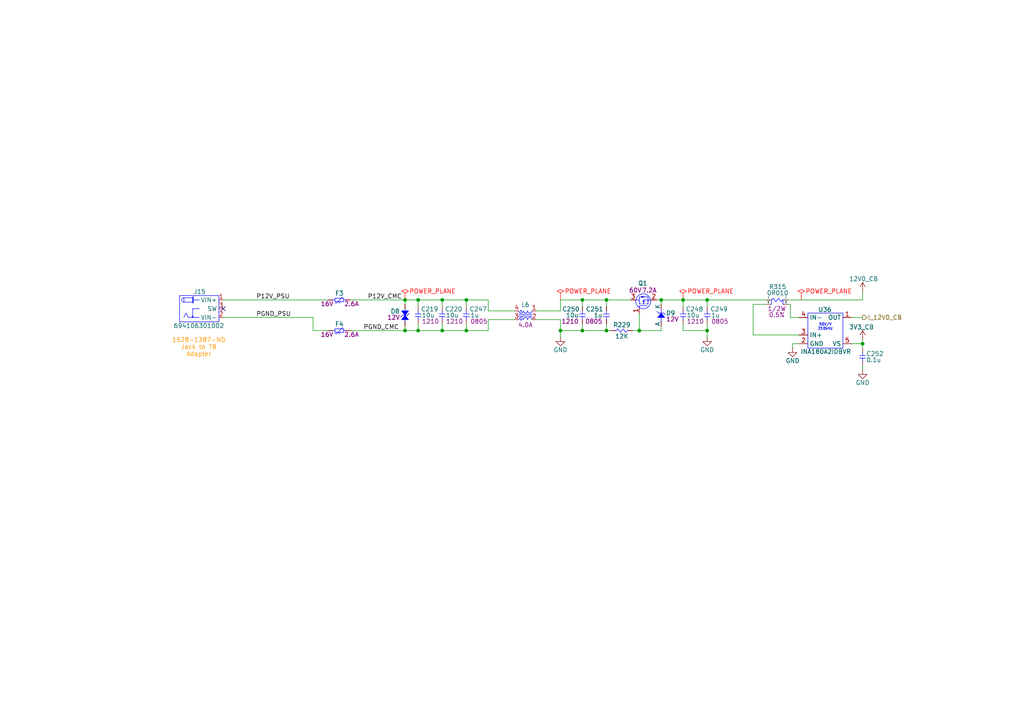
<source format=kicad_sch>
(kicad_sch (version 20250114) (generator "eeschema") (generator_version "9.0")
  (paper "A4")
  (title_block (title "RPI CMx Carrier") (date "2025-12-07") (rev "2.00-0A") (comment 1 "Jean-Francois Bilodeau") (comment 2 "P.Eng #6022173") (comment 3 "203-1690 Rue des quatre-saisons") (comment 4 "Sherbrooke, Canada, J1E0N2") (comment 5 "KiCad Rev 9.0") (comment 6 "Jean-Francois Bilodeau") (comment 7 "Not applicable") (comment 8 "Preliminary") (comment 9 "RPI_CMx_Carrier_2.00-0A_BOM"))
  (lib_symbols
    (symbol "KiCad_Pwr_Symbols:+3V3" (power) (pin_numbers (hide yes)) (pin_names (offset 0) (hide yes))
      (property "Value" "+3V3" (at 0 3.556 0))
      (symbol "+3V3_0_1"
        (polyline (pts (xy -0.762 1.27) (xy 0 2.54)))
        (polyline (pts (xy 0 2.54) (xy 0.762 1.27)))
        (polyline (pts (xy 0 0) (xy 0 2.54)))
      )
      (symbol "+3V3_1_1"
        (pin power_in line (at 0 0 90) (length 0) (name "~") (number "1"))
      )
    )
    (symbol "KiCad_Pwr_Symbols:GND" (power) (pin_numbers (hide yes)) (pin_names (offset 0) (hide yes))
      (property "Value" "GND" (at 0 -3.81 0))
      (symbol "GND_0_1"
        (polyline (pts (xy 0 0) (xy 0 -1.27) (xy 1.27 -1.27) (xy 0 -2.54) (xy -1.27 -1.27) (xy 0 -1.27)))
      )
      (symbol "GND_1_1"
        (pin power_in line (at 0 0 270) (length 0) (name "~") (number "1"))
      )
    )
    (symbol "KicadCompDb:Amplifier/AMP_00001"
      (property "Reference" "U" (at 5.08 1.27 0))
      (property "Value" "INA180A2IDBVR" (at 0 0 0))
      (symbol "Amplifier/AMP_00001_0_1"
        (rectangle (start 0 0) (end 10.16 -10.16) (stroke (width 0) (color 0 0 255 1)))
      )
      (symbol "Amplifier/AMP_00001_1_1"
        (text "50V/V\n210kHz" (at 5.08 -3.81 0) (effects (font (size 0.762 0.762))))
        (pin input line (at -2.54 -1.27 0) (length 2.54) (name "IN-") (number "4"))
        (pin input line (at -2.54 -6.35 0) (length 2.54) (name "IN+") (number "3"))
        (pin power_in line (at -2.54 -8.89 0) (length 2.54) (name "GND") (number "2"))
        (pin output line (at 12.7 -1.27 180) (length 2.54) (name "OUT") (number "1"))
        (pin power_in line (at 12.7 -8.89 180) (length 2.54) (name "VS") (number "5"))
      )
    )
    (symbol "KicadCompDb:Capacitors/CAP_CER_SMT_00001" (pin_numbers (hide yes)) (pin_names (offset 0) (hide yes))
      (property "Reference" "C" (at 2.54 1.651 0))
      (property "Value" "0.1u" (at 1.524 -1.524 0))
      (symbol "Capacitors/CAP_CER_SMT_00001_1_1"
        (polyline (pts (xy 2.159 0.889) (xy 2.159 -0.889)) (stroke (width 0) (color 0 0 255 1)))
        (polyline (pts (xy 2.159 0) (xy 1.27 0)) (stroke (width 0) (color 0 0 255 1)))
        (polyline (pts (xy 2.921 0.889) (xy 2.921 -0.889)) (stroke (width 0) (color 0 0 255 1)))
        (polyline (pts (xy 3.81 0) (xy 2.921 0)) (stroke (width 0) (color 0 0 255 1)))
        (pin passive line (at 0 0 0) (length 1.27) (name "") (number "1"))
        (pin passive line (at 5.08 0 180) (length 1.27) (name "") (number "2"))
      )
    )
    (symbol "KicadCompDb:Capacitors/CAP_CER_SMT_00002" (pin_numbers (hide yes)) (pin_names (offset 0) (hide yes))
      (property "Reference" "C" (at 2.54 1.651 0))
      (property "Value" "1u" (at 1.524 -1.524 0))
      (property "Package" "0805" (at 0 -16.256 0))
      (property "Voltage Rating" "50V" (at 0 0 0))
      (symbol "Capacitors/CAP_CER_SMT_00002_1_1"
        (polyline (pts (xy 2.159 0.889) (xy 2.159 -0.889)) (stroke (width 0) (color 0 0 255 1)))
        (polyline (pts (xy 2.159 0) (xy 1.27 0)) (stroke (width 0) (color 0 0 255 1)))
        (polyline (pts (xy 2.921 0.889) (xy 2.921 -0.889)) (stroke (width 0) (color 0 0 255 1)))
        (polyline (pts (xy 3.81 0) (xy 2.921 0)) (stroke (width 0) (color 0 0 255 1)))
        (pin passive line (at 0 0 0) (length 1.27) (name "") (number "1"))
        (pin passive line (at 5.08 0 180) (length 1.27) (name "") (number "2"))
      )
    )
    (symbol "KicadCompDb:Capacitors/CAP_CER_SMT_00014" (pin_numbers (hide yes)) (pin_names (offset 0) (hide yes))
      (property "Reference" "C" (at 2.54 1.651 0))
      (property "Value" "10u" (at 1.524 -1.524 0))
      (symbol "Capacitors/CAP_CER_SMT_00014_1_1"
        (polyline (pts (xy 2.159 0.889) (xy 2.159 -0.889)) (stroke (width 0) (color 0 0 255 1)))
        (polyline (pts (xy 2.159 0) (xy 1.27 0)) (stroke (width 0) (color 0 0 255 1)))
        (polyline (pts (xy 2.921 0.889) (xy 2.921 -0.889)) (stroke (width 0) (color 0 0 255 1)))
        (polyline (pts (xy 3.81 0) (xy 2.921 0)) (stroke (width 0) (color 0 0 255 1)))
        (pin passive line (at 0 0 0) (length 1.27) (name "") (number "1"))
        (pin passive line (at 5.08 0 180) (length 1.27) (name "") (number "2"))
      )
    )
    (symbol "KicadCompDb:Connector/CONN_00022"
      (property "Reference" "J" (at 5.715 1.27 0))
      (property "Value" "694106301002" (at 0 0 0))
      (symbol "Connector/CONN_00022_0_1"
        (rectangle (start 0 0) (end 11.43 -7.62) (stroke (width 0) (color 0 0 255 1)))
        (polyline (pts (xy 5.715 -1.27) (xy 7.366 -1.27)) (stroke (width 0) (color 0 0 255 1)))
        (polyline (pts (xy 6.35 -3.81) (xy 7.62 -3.81) (xy 7.62 -6.35) (xy 7.366 -5.969)) (stroke (width 0) (color 0 0 255 1)))
        (polyline (pts (xy 6.35 -6.35) (xy 8.89 -6.35) (xy 9.525 -5.08) (xy 10.16 -6.35)) (stroke (width 0) (color 0 0 255 1)))
        (rectangle (start 7.62 -0.381) (end 7.366 -2.159) (stroke (width 0) (color 0 0 255 1)))
        (rectangle (start 7.62 -0.635) (end 10.16 -1.905) (stroke (width 0) (color 0 0 255 1)))
        (polyline (pts (xy 7.62 -6.35) (xy 7.874 -5.969)) (stroke (width 0) (color 0 0 255 1)))
        (arc (start 10.16 -0.635) (mid 10.795 -1.27) (end 10.16 -1.905) (stroke (width 0) (color 0 0 255 1)))
      )
      (symbol "Connector/CONN_00022_1_1"
        (polyline (pts (xy 5.715 -3.81) (xy 6.35 -3.81)) (stroke (width 0) (color 0 0 255 1)))
        (polyline (pts (xy 5.715 -6.35) (xy 6.35 -6.35)) (stroke (width 0) (color 0 0 255 1)))
        (pin passive line (at -1.27 -1.27 0) (length 1.27) (name "VIN+") (number "1"))
        (pin passive line (at -1.27 -3.81 0) (length 1.27) (name "SW") (number "3"))
        (pin passive line (at -1.27 -6.35 0) (length 1.27) (name "VIN-") (number "2"))
      )
    )
    (symbol "KicadCompDb:Diodes/DIODE_00003" (pin_numbers (hide yes)) (pin_names (offset 0))
      (property "Reference" "D" (at 2.032 2.54 0))
      (property "Value" "MMSZ5242B-TP" (at 1.524 -1.524 0))
      (property "V(z)" "12V" (at 0.254 -14.224 0))
      (symbol "Diodes/DIODE_00003_0_1"
        (polyline (pts (xy 1.27 0) (xy 0.254 0)) (stroke (width 0) (color 0 0 255 1)))
        (polyline (pts (xy 1.27 0) (xy 1.27 -0.762) (xy 0.762 -1.27)) (stroke (width 0) (color 0 0 255 1)))
        (polyline (pts (xy 1.27 0) (xy 1.27 0.508) (xy 1.27 0.762) (xy 1.778 1.27)) (stroke (width 0) (color 0 0 255 1)))
        (polyline (pts (xy 2.54 0) (xy 3.556 0)) (stroke (width 0) (color 0 0 255 1)))
        (polyline (pts (xy 2.54 0) (xy 2.54 1.016) (xy 1.27 0) (xy 2.54 -1.016) (xy 2.54 0)) (stroke (width 0) (color 0 0 255 1)) (fill (type outline)))
      )
      (symbol "Diodes/DIODE_00003_1_1"
        (polyline (pts (xy 0.254 0) (xy 0 0)) (stroke (width 0) (color 0 0 255 1)))
        (polyline (pts (xy 3.81 0) (xy 3.556 0)) (stroke (width 0) (color 0 0 255 1)))
        (pin passive line (at -1.27 0 0) (length 1.27) (name "K") (number "1"))
        (pin passive line (at 5.08 0 180) (length 1.27) (name "A") (number "2"))
      )
    )
    (symbol "KicadCompDb:ESD Diodes/ESD_DIODE_00005" (pin_numbers (hide yes)) (pin_names (offset 0))
      (property "Reference" "D" (at 2.032 2.54 0))
      (property "Value" "SMAJ12CA" (at 1.524 -1.524 0))
      (symbol "ESD Diodes/ESD_DIODE_00005_0_1"
        (polyline (pts (xy 0.635 0) (xy 0.635 -1.016) (xy 1.905 0) (xy 0.635 1.016) (xy 0.635 0)) (stroke (width 0) (color 0 0 255 1)) (fill (type outline)))
        (polyline (pts (xy 1.27 0) (xy 0.254 0)) (stroke (width 0) (color 0 0 255 1)))
        (polyline (pts (xy 1.905 0) (xy 1.905 -0.762) (xy 1.397 -1.27)) (stroke (width 0) (color 0 0 255 1)))
        (polyline (pts (xy 1.905 0) (xy 1.905 0.508) (xy 1.905 0.762) (xy 2.413 1.27)) (stroke (width 0) (color 0 0 255 1)))
        (polyline (pts (xy 2.54 0) (xy 3.556 0)) (stroke (width 0) (color 0 0 255 1)))
        (polyline (pts (xy 3.175 0) (xy 3.175 1.016) (xy 1.905 0) (xy 3.175 -1.016) (xy 3.175 0)) (stroke (width 0) (color 0 0 255 1)) (fill (type outline)))
      )
      (symbol "ESD Diodes/ESD_DIODE_00005_1_1"
        (polyline (pts (xy 0.254 0) (xy 0 0)) (stroke (width 0) (color 0 0 255 1)))
        (polyline (pts (xy 3.81 0) (xy 3.556 0)) (stroke (width 0) (color 0 0 255 1)))
        (pin passive line (at -1.27 0 0) (length 1.27) (name "") (number "1"))
        (pin passive line (at 5.08 0 180) (length 1.27) (name "") (number "2"))
      )
    )
    (symbol "KicadCompDb:Inductor/IND_00010" (pin_names (offset 0) (hide yes))
      (property "Reference" "L" (at 1.905 1.27 0))
      (property "Value" "CM7060P701R-10" (at 1.524 -1.524 0))
      (symbol "Inductor/IND_00010_0_1"
        (polyline (pts (xy 0 -1.016) (xy 3.81 -1.016)) (stroke (width 0) (color 0 0 255 1)))
        (polyline (pts (xy 0 -1.524) (xy 3.81 -1.524)) (stroke (width 0) (color 0 0 255 1)))
        (circle (center 0.635 0) (radius 0.1796) (stroke (width 0) (color 0 0 255 1)))
        (arc (start 0.635 -0.635) (mid 0.186 -0.449) (end 0 0) (stroke (width 0) (color 0 0 255 1)))
        (arc (start 1.27 0) (mid 1.084 -0.449) (end 0.635 -0.635) (stroke (width 0) (color 0 0 255 1)))
        (arc (start 0 -2.54) (mid 0.186 -2.091) (end 0.635 -1.905) (stroke (width 0) (color 0 0 255 1)))
        (arc (start 0.635 -1.905) (mid 1.084 -2.091) (end 1.27 -2.54) (stroke (width 0) (color 0 0 255 1)))
        (circle (center 0.635 -2.54) (radius 0.1796) (stroke (width 0) (color 0 0 255 1)))
        (arc (start 1.905 -0.635) (mid 1.456 -0.449) (end 1.27 0) (stroke (width 0) (color 0 0 255 1)))
        (arc (start 2.54 0) (mid 2.354 -0.449) (end 1.905 -0.635) (stroke (width 0) (color 0 0 255 1)))
        (arc (start 1.27 -2.54) (mid 1.456 -2.091) (end 1.905 -1.905) (stroke (width 0) (color 0 0 255 1)))
        (arc (start 1.905 -1.905) (mid 2.354 -2.091) (end 2.54 -2.54) (stroke (width 0) (color 0 0 255 1)))
        (arc (start 3.175 -0.635) (mid 2.726 -0.449) (end 2.54 0) (stroke (width 0) (color 0 0 255 1)))
        (arc (start 3.81 0) (mid 3.624 -0.449) (end 3.175 -0.635) (stroke (width 0) (color 0 0 255 1)))
        (arc (start 2.54 -2.54) (mid 2.726 -2.091) (end 3.175 -1.905) (stroke (width 0) (color 0 0 255 1)))
        (arc (start 3.175 -1.905) (mid 3.624 -2.091) (end 3.81 -2.54) (stroke (width 0) (color 0 0 255 1)))
      )
      (symbol "Inductor/IND_00010_1_1"
        (pin passive line (at -1.27 0 0) (length 1.27) (name "") (number "4"))
        (pin passive line (at -1.27 -2.54 0) (length 1.27) (name "") (number "3"))
        (pin passive line (at 5.08 0 180) (length 1.27) (name "") (number "1"))
        (pin passive line (at 5.08 -2.54 180) (length 1.27) (name "") (number "2"))
      )
    )
    (symbol "KicadCompDb:Mosfet/MOSFET_00003" (pin_names (offset 0) (hide yes))
      (property "Reference" "Q" (at 5.588 3.302 0))
      (property "Value" "DMPH6050SK3-13" (at 0 0 0))
      (property "VDS" "60V" (at 0 0 0))
      (symbol "Mosfet/MOSFET_00003_1_1"
        (polyline (pts (xy 1.651 0) (xy 2.159 0) (xy 2.159 2.286)) (stroke (width 0) (color 0 0 255 1)))
        (polyline (pts (xy 2.667 2.54) (xy 2.667 2.032)) (stroke (width 0) (color 0 0 255 1)))
        (polyline (pts (xy 2.667 2.54) (xy 3.81 2.54) (xy 3.81 3.175)) (stroke (width 0) (color 0 0 255 1)))
        (polyline (pts (xy 2.667 1.651) (xy 2.667 0.889)) (stroke (width 0) (color 0 0 255 1)))
        (polyline (pts (xy 2.667 1.27) (xy 3.81 1.27) (xy 3.81 2.54)) (stroke (width 0) (color 0 0 255 1)))
        (polyline (pts (xy 2.667 0.508) (xy 2.667 0)) (stroke (width 0) (color 0 0 255 1)))
        (polyline (pts (xy 2.7304 0) (xy 3.81 0) (xy 3.81 -0.889)) (stroke (width 0) (color 0 0 255 1)))
        (polyline (pts (xy 3.429 2.54) (xy 4.699 2.54) (xy 4.699 1.27)) (stroke (width 0) (color 0 0 255 1)))
        (circle (center 3.429 1.143) (radius 2.159) (stroke (width 0) (color 0 0 255 1)))
        (polyline (pts (xy 3.429 0) (xy 4.699 0) (xy 4.699 0.889)) (stroke (width 0) (color 0 0 255 1)))
        (polyline (pts (xy 3.683 1.27) (xy 3.302 1.524) (xy 3.302 1.016) (xy 3.683 1.27)) (stroke (width 0) (color 0 0 255 1)) (fill (type color) (color 0 0 255 1)))
        (polyline (pts (xy 3.81 1.143) (xy 3.81 1.143)) (stroke (width 0) (color 0 0 255 1)))
        (polyline (pts (xy 4.5085 1.27) (xy 4.8895 1.27)) (stroke (width 0) (color 0 0 255 1)))
        (polyline (pts (xy 4.699 1.143) (xy 4.445 0.762) (xy 4.953 0.762) (xy 4.699 1.143)) (stroke (width 0) (color 0 0 255 1)) (fill (type color) (color 0 0 255 1)))
        (pin input line (at 0 0 0) (length 1.524) (name "G") (number "1"))
        (pin passive line (at 3.81 5.08 270) (length 1.778) (name "S") (number "2"))
        (pin passive line (at 3.81 -2.54 90) (length 1.524) (name "D") (number "3"))
      )
    )
    (symbol "KicadCompDb:PTC Resettable fuse/PTC_00002" (pin_numbers (hide yes)) (pin_names (offset 0) (hide yes))
      (property "Reference" "F" (at 1.524 1.524 0))
      (property "Value" "MINISMDC260F/16-2" (at 1.524 -1.524 0))
      (symbol "PTC Resettable fuse/PTC_00002_0_1"
        (polyline (pts (xy 0.635 0) (xy 0 0)) (stroke (width 0) (color 0 0 255 1)))
        (polyline (pts (xy 0.635 -0.889) (xy 1.143 -0.889) (xy 2.794 0.889)) (stroke (width 0) (color 0 0 255 1)))
        (polyline (pts (xy 3.81 0) (xy 3.175 0)) (stroke (width 0) (color 0 0 255 1)))
      )
      (symbol "PTC Resettable fuse/PTC_00002_1_1"
        (rectangle (start 0.635 0.508) (end 3.175 -0.508) (stroke (width 0) (color 0 0 255 1)))
        (text "+t" (at 1.905 -0.762 0) (effects (font (size 0.254 0.254))))
        (pin passive line (at -1.27 0 0) (length 1.27) (name "") (number "1"))
        (pin passive line (at 5.08 0 180) (length 1.27) (name "") (number "2"))
      )
    )
    (symbol "KicadCompDb:Resistors/RES_SMT_00014" (pin_numbers (hide yes)) (pin_names (offset 0) (hide yes))
      (property "Reference" "R" (at 1.524 1.524 0))
      (property "Value" "12K" (at 1.524 -1.524 0))
      (symbol "Resistors/RES_SMT_00014_1_1"
        (polyline (pts (xy 0.254 0) (xy 0 0)) (stroke (width 0) (color 0 0 255 1)))
        (polyline (pts (xy 0.254 0) (xy 0.762 0.508) (xy 1.524 -0.508) (xy 2.286 0.508) (xy 3.048 -0.508) (xy 3.556 0)) (stroke (width 0) (color 0 0 255 1)))
        (polyline (pts (xy 3.81 0) (xy 3.556 0)) (stroke (width 0) (color 0 0 255 1)))
        (pin passive line (at -1.27 0 0) (length 1.27) (name "") (number "1"))
        (pin passive line (at 5.08 0 180) (length 1.27) (name "") (number "2"))
      )
    )
    (symbol "KicadCompDb:Resistors/RES_SMT_00033" (pin_numbers (hide yes)) (pin_names (offset 0))
      (property "Reference" "R" (at 1.905 1.27 0))
      (property "Value" "0R010" (at 1.524 -1.524 0))
      (property "Tolerance" "0.5%" (at 2.794 -3.302 0))
      (property "Power" "1/2W" (at 2.286 -1.524 0))
      (symbol "Resistors/RES_SMT_00033_1_1"
        (polyline (pts (xy 0.254 0) (xy 0 0)) (stroke (width 0) (color 0 0 255 1)))
        (polyline (pts (xy 0.254 0) (xy 0.762 0.508) (xy 1.524 -0.508) (xy 2.286 0.508) (xy 3.048 -0.508) (xy 3.556 0)) (stroke (width 0) (color 0 0 255 1)))
        (polyline (pts (xy 0.254 -1.27) (xy 0 -1.27)) (stroke (width 0) (color 0 0 255 1)))
        (polyline (pts (xy 0.254 -1.27) (xy 0.254 0)) (stroke (width 0) (color 0 0 255 1)))
        (polyline (pts (xy 3.556 -1.27) (xy 3.556 0)) (stroke (width 0) (color 0 0 255 1)))
        (polyline (pts (xy 3.556 -1.27) (xy 3.81 -1.27)) (stroke (width 0) (color 0 0 255 1)))
        (polyline (pts (xy 3.81 0) (xy 3.556 0)) (stroke (width 0) (color 0 0 255 1)))
        (pin passive line (at -1.27 0 0) (length 1.27) (name "I") (number "1"))
        (pin passive line (at -1.27 -1.27 0) (length 1.27) (name "V") (number "2"))
        (pin passive line (at 5.08 0 180) (length 1.27) (name "I") (number "4"))
        (pin passive line (at 5.08 -1.27 180) (length 1.27) (name "V") (number "3"))
      )
    )
  )
  (text "1528-1387-ND\nJack to TB\nAdapter" (at 57.658 100.838 0) (effects (font (size 1.27 1.27))))
  (junction (at 191.77 86.995))
  (junction (at 205.105 95.885))
  (junction (at 168.91 86.995))
  (junction (at 117.475 86.995))
  (junction (at 135.255 86.995))
  (junction (at 175.895 95.885))
  (junction (at 117.475 95.885))
  (junction (at 135.255 95.885))
  (junction (at 121.285 86.995))
  (junction (at 205.105 86.995))
  (junction (at 121.285 95.885))
  (junction (at 175.895 86.995))
  (junction (at 198.12 86.995))
  (junction (at 168.91 95.885))
  (junction (at 128.27 95.885))
  (junction (at 250.19 99.695))
  (junction (at 128.27 86.995))
  (junction (at 162.56 95.885))
  (junction (at 185.42 95.885))
  (no_connect (at 64.77 89.535))
  (wire (pts (xy 128.27 86.995) (xy 135.255 86.995)))
  (wire (pts (xy 117.475 86.995) (xy 117.475 88.265)))
  (wire (pts (xy 121.285 86.995) (xy 121.285 88.9)))
  (wire (pts (xy 141.605 92.71) (xy 149.225 92.71)))
  (wire (pts (xy 168.91 93.98) (xy 168.91 95.885)))
  (wire (pts (xy 205.105 95.885) (xy 205.105 97.79)))
  (wire (pts (xy 141.605 90.17) (xy 149.225 90.17)))
  (wire (pts (xy 64.77 86.995) (xy 95.25 86.995)))
  (wire (pts (xy 205.105 93.98) (xy 205.105 95.885)))
  (wire (pts (xy 218.44 88.265) (xy 218.44 97.155)))
  (wire (pts (xy 175.895 86.995) (xy 182.88 86.995)))
  (wire (pts (xy 168.91 86.995) (xy 168.91 88.9)))
  (wire (pts (xy 162.56 86.995) (xy 168.91 86.995)))
  (wire (pts (xy 128.27 86.995) (xy 128.27 88.9)))
  (wire (pts (xy 229.235 88.265) (xy 229.235 92.075)))
  (wire (pts (xy 141.605 92.71) (xy 141.605 95.885)))
  (wire (pts (xy 101.6 86.995) (xy 117.475 86.995)))
  (wire (pts (xy 155.575 90.17) (xy 162.56 90.17)))
  (wire (pts (xy 205.105 86.995) (xy 222.25 86.995)))
  (wire (pts (xy 205.105 86.995) (xy 205.105 88.9)))
  (wire (pts (xy 121.285 93.98) (xy 121.285 95.885)))
  (wire (pts (xy 121.285 86.995) (xy 128.27 86.995)))
  (wire (pts (xy 175.895 95.885) (xy 177.165 95.885)))
  (wire (pts (xy 128.27 93.98) (xy 128.27 95.885)))
  (wire (pts (xy 90.805 92.075) (xy 90.805 95.885)))
  (wire (pts (xy 228.6 86.995) (xy 250.19 86.995)))
  (wire (pts (xy 247.015 99.695) (xy 250.19 99.695)))
  (wire (pts (xy 90.805 95.885) (xy 95.25 95.885)))
  (wire (pts (xy 64.77 92.075) (xy 90.805 92.075)))
  (wire (pts (xy 135.255 86.995) (xy 141.605 86.995)))
  (wire (pts (xy 198.12 95.885) (xy 205.105 95.885)))
  (wire (pts (xy 250.19 106.045) (xy 250.19 107.315)))
  (wire (pts (xy 135.255 86.995) (xy 135.255 88.9)))
  (wire (pts (xy 250.19 99.695) (xy 250.19 100.965)))
  (wire (pts (xy 191.77 86.995) (xy 198.12 86.995)))
  (wire (pts (xy 229.87 99.695) (xy 229.87 100.965)))
  (wire (pts (xy 250.19 98.425) (xy 250.19 99.695)))
  (wire (pts (xy 155.575 92.71) (xy 162.56 92.71)))
  (wire (pts (xy 185.42 95.885) (xy 191.77 95.885)))
  (wire (pts (xy 183.515 95.885) (xy 185.42 95.885)))
  (wire (pts (xy 198.12 86.995) (xy 205.105 86.995)))
  (wire (pts (xy 135.255 95.885) (xy 141.605 95.885)))
  (wire (pts (xy 191.77 86.995) (xy 191.77 88.265)))
  (wire (pts (xy 218.44 88.265) (xy 222.25 88.265)))
  (wire (pts (xy 162.56 92.71) (xy 162.56 95.885)))
  (wire (pts (xy 175.895 86.995) (xy 175.895 88.9)))
  (wire (pts (xy 185.42 90.805) (xy 185.42 95.885)))
  (wire (pts (xy 117.475 86.995) (xy 121.285 86.995)))
  (wire (pts (xy 117.475 94.615) (xy 117.475 95.885)))
  (wire (pts (xy 168.91 95.885) (xy 175.895 95.885)))
  (wire (pts (xy 229.87 99.695) (xy 231.775 99.695)))
  (wire (pts (xy 247.015 92.075) (xy 250.19 92.075)))
  (wire (pts (xy 121.285 95.885) (xy 128.27 95.885)))
  (wire (pts (xy 162.56 95.885) (xy 168.91 95.885)))
  (wire (pts (xy 101.6 95.885) (xy 117.475 95.885)))
  (wire (pts (xy 175.895 93.98) (xy 175.895 95.885)))
  (wire (pts (xy 168.91 86.995) (xy 175.895 86.995)))
  (wire (pts (xy 198.12 86.995) (xy 198.12 88.9)))
  (wire (pts (xy 162.56 86.995) (xy 162.56 90.17)))
  (wire (pts (xy 250.19 84.455) (xy 250.19 86.995)))
  (wire (pts (xy 229.235 92.075) (xy 231.775 92.075)))
  (wire (pts (xy 198.12 93.98) (xy 198.12 95.885)))
  (wire (pts (xy 128.27 95.885) (xy 135.255 95.885)))
  (wire (pts (xy 190.5 86.995) (xy 191.77 86.995)))
  (wire (pts (xy 162.56 95.885) (xy 162.56 97.79)))
  (wire (pts (xy 135.255 93.98) (xy 135.255 95.885)))
  (wire (pts (xy 228.6 88.265) (xy 229.235 88.265)))
  (wire (pts (xy 117.475 95.885) (xy 121.285 95.885)))
  (wire (pts (xy 191.77 94.615) (xy 191.77 95.885)))
  (wire (pts (xy 141.605 86.995) (xy 141.605 90.17)))
  (wire (pts (xy 218.44 97.155) (xy 231.775 97.155)))
  (label "PGND_PSU" (at 74.295 92.075 0))
  (label "PGND_CMC" (at 105.41 95.885 0))
  (label "P12V_CMC" (at 106.632 86.995 0))
  (label "P12V_PSU" (at 74.295 86.995 0))
  (hierarchical_label "I_12V0_CB" (shape output) (at 250.19 92.075 0))
  (netclass_flag "" (length 2.54) (shape diamond) (at 117.475 86.995 0) (property "Netclass" "POWER_PLANE" (at 118.6815 84.455 0) (effects (justify left))))
  (netclass_flag "" (length 2.54) (shape diamond) (at 232.41 86.995 0) (property "Netclass" "POWER_PLANE" (at 233.6165 84.455 0) (effects (justify left))))
  (netclass_flag "" (length 2.54) (shape diamond) (at 198.12 86.995 0) (property "Netclass" "POWER_PLANE" (at 199.3265 84.455 0) (effects (justify left))))
  (netclass_flag "" (length 2.54) (shape diamond) (at 162.56 86.995 0) (property "Netclass" "POWER_PLANE" (at 163.7665 84.455 0) (effects (justify left))))
  (symbol (lib_id "KicadCompDb:Diodes/DIODE_00003") (at 191.77 89.535 270) (unit 1)
    (property "Reference" "D9" (at 193.167 90.805 90) (effects (justify left)))
    (property "Value" "MMSZ5242B-TP" (effects (hide yes)))
    (property "Footprint" "footprint:SOD-123" (effects (hide yes)))
    (property "Datasheet" "https://www.mccsemi.com/pdf/Products/MMSZ5221-MMSZ5267(SOD-123).pdf" (effects (hide yes)))
    (property "Description" "DIODE ZENER 12V 500MW SOD123" (effects (hide yes)))
    (property "V(f)" "0.9V" (effects (hide yes)))
    (property "V(z)" "12V" (at 193.167 92.583 90) (effects (justify left)))
    (property "Tolerance" "±5%" (effects (hide yes)))
    (property "Power" "0.5W" (effects (hide yes)))
    (property "Impedance" "30Ohm" (effects (hide yes)))
    (property "Leakage Current" "1uA" (effects (hide yes)))
    (property "Operating Temperature" "-55°C ~ 150°C" (effects (hide yes)))
    (property "Package" "SOD-123" (effects (hide yes)))
    (property "Manufacturer" "MCC (Micro Commercial Components)" (effects (hide yes)))
    (property "Manufacturer Part Number" "MMSZ5242B-TP" (effects (hide yes)))
    (property "Distributor" "DigiKey" (effects (hide yes)))
    (property "Distributor Part Number" "MMSZ5242B-TPMSCT-ND" (effects (hide yes)))
    (property "Type" "ZENER SMT" (effects (hide yes)))
    (property "Dimensions" "3.65mm x 1.55mm" (effects (hide yes)))
  )
  (symbol (lib_id "KicadCompDb:PTC Resettable fuse/PTC_00002") (at 96.52 95.885 0) (unit 1)
    (property "Reference" "F4" (at 98.425 93.98 0))
    (property "Value" "MINISMDC260F/16-2" (effects (hide yes)))
    (property "Footprint" "footprint:PTC_1812" (effects (hide yes)))
    (property "Datasheet" "https://www.littelfuse.com/assetdocs/littelfuse-ptc-minismdc-datasheet?assetguid=3ed735aa-64ed-43a6-bc20-610590bc99c6" (effects (hide yes)))
    (property "Description" "PTC RESET FUSE 16V 2.6A 1812" (effects (hide yes)))
    (property "Package" "1812" (effects (hide yes)))
    (property "Manufacturer" "Littelfuse Inc." (effects (hide yes)))
    (property "Manufacturer Part Number" "MINISMDC260F/16-2" (effects (hide yes)))
    (property "Distributor" "DigiKey" (effects (hide yes)))
    (property "Distributor Part Number" "MINISMDC260F/16-2CT-ND" (effects (hide yes)))
    (property "Operating Temperature" "-40°C ~ 85°C" (effects (hide yes)))
    (property "Type" "Polymeric" (effects (hide yes)))
    (property "Voltage" "16V" (at 94.869 97.028 0))
    (property "Hold Current" "2.6A" (at 101.981 97.028 0))
    (property "Trip Current" "5A" (effects (hide yes)))
    (property "Max Current" "100A" (effects (hide yes)))
    (property "Time to Trip" "5s" (effects (hide yes)))
    (property "Dimensions" "4.60mm x 3.24mm" (effects (hide yes)))
  )
  (symbol (lib_id "KiCad_Pwr_Symbols:+3V3") (at 250.19 84.455 0) (unit 1)
    (property "Reference" "#PWR0405" (effects (hide yes)))
    (property "Value" "12V0_CB" (at 246.253 80.899 0) (effects (justify left)))
    (property "Description" "Power symbol creates a global label with name \"+3V3\"" (effects (hide yes)))
  )
  (symbol (lib_id "KiCad_Pwr_Symbols:GND") (at 229.87 100.965 0) (unit 1)
    (property "Reference" "#PWR0398" (effects (hide yes)))
    (property "Value" "GND" (at 229.87 104.648 0))
    (property "Description" "Power symbol creates a global label with name \"GND\" , ground" (effects (hide yes)))
  )
  (symbol (lib_id "KicadCompDb:Resistors/RES_SMT_00014") (at 178.435 95.885 0) (unit 1)
    (property "Reference" "R229" (at 180.34 94.234 0))
    (property "Value" "12K" (at 180.34 97.536 0))
    (property "Footprint" "footprint:RES_0402" (effects (hide yes)))
    (property "Datasheet" "https://www.yageogroup.com/content/datasheet/asset/file/PYU-RC_GROUP_51_ROHS_L" (effects (hide yes)))
    (property "Description" "RES 12K OHM 1% 1/16W 0402" (effects (hide yes)))
    (property "Tolerance" "1%" (effects (hide yes)))
    (property "Power" "1/16W" (effects (hide yes)))
    (property "Package" "0402" (effects (hide yes)))
    (property "Manufacturer" "YAGEO" (effects (hide yes)))
    (property "Manufacturer Part Number" "RC0402FR-1312KL" (effects (hide yes)))
    (property "Distributor" "DigiKey" (effects (hide yes)))
    (property "Distributor Part Number" "13-RC0402FR-1312KLCT-ND" (effects (hide yes)))
    (property "Temperature Coefficient" "±100ppm/°C" (effects (hide yes)))
    (property "Operating Temperature" "-55°C ~ 155°C" (effects (hide yes)))
    (property "Type" "RES SMT" (effects (hide yes)))
    (property "Dimensions" "1.00mm x 0.50mm" (effects (hide yes)))
  )
  (symbol (lib_id "KicadCompDb:Capacitors/CAP_CER_SMT_00014") (at 128.27 93.98 90) (unit 1)
    (property "Reference" "C220" (at 129.032 89.662 90) (effects (justify right)))
    (property "Value" "10u" (at 129.286 91.44 90) (effects (justify right)))
    (property "Footprint" "footprint:CAP_NONPOL_1210" (effects (hide yes)))
    (property "Datasheet" "https://product.tdk.com/system/files/dam/doc/product/capacitor/ceramic/mlcc/charasheet/c3225x7r1h106k250ac_200131.pdf" (effects (hide yes)))
    (property "Description" "CAP CER 10UF 50V X7R 1210" (effects (hide yes)))
    (property "Tolerance" "±10%" (effects (hide yes)))
    (property "Dielectric" "X7R" (effects (hide yes)))
    (property "Package" "1210" (at 131.826 93.218 90))
    (property "Operating Temperature" "-55°C ~ 125°C" (effects (hide yes)))
    (property "Voltage Rating" "50V" (effects (hide yes)))
    (property "Manufacturer" "TDK Corporation" (effects (hide yes)))
    (property "Manufacturer Part Number" "C3225X7R1H106K250AC" (effects (hide yes)))
    (property "Distributor" "DigiKey" (effects (hide yes)))
    (property "Distributor Part Number" "445-C3225X7R1H106K250ACCT-ND" (effects (hide yes)))
    (property "Type" "CER SMT" (effects (hide yes)))
    (property "Dimensions" "3.20mm x 2.50mm" (effects (hide yes)))
  )
  (symbol (lib_id "KicadCompDb:Inductor/IND_00010") (at 150.495 90.17 0) (unit 1)
    (property "Reference" "L6" (at 152.4 88.392 0))
    (property "Value" "CM7060P701R-10" (effects (hide yes)))
    (property "Footprint" "footprint:CM7060" (effects (hide yes)))
    (property "Datasheet" "https://assets.lairdtech.com/home/brandworld/files/MCP-DS-POWER%20CMC%201015.pdf" (effects (hide yes)))
    (property "Description" "CMC 4A 2LN 700 OHM SMD" (effects (hide yes)))
    (property "Inductance" "NA" (effects (hide yes)))
    (property "Type" "CHOKE" (effects (hide yes)))
    (property "Core Material" "NA" (effects (hide yes)))
    (property "Tolerance" "NA" (effects (hide yes)))
    (property "Current (Rated)" "4.0A" (at 152.4 94.234 0))
    (property "Current (Sat)" "NA" (effects (hide yes)))
    (property "Shielding" "NA" (effects (hide yes)))
    (property "DCR" "0.015Ohm" (effects (hide yes)))
    (property "Package" "CM7060" (effects (hide yes)))
    (property "Operating Temperature" "-40°C ~ 125°C" (effects (hide yes)))
    (property "Dimensions" "7.00mm x 6.00mm" (effects (hide yes)))
    (property "Manufacturer" "Laird-Signal Integrity Products" (effects (hide yes)))
    (property "Manufacturer Part Number" "CM7060P701R-10" (effects (hide yes)))
    (property "Distributor" "DigiKey" (effects (hide yes)))
    (property "Distributor Part Number" "240-CM7060P701R-10CT-ND" (effects (hide yes)))
  )
  (symbol (lib_id "KicadCompDb:Capacitors/CAP_CER_SMT_00002") (at 205.105 93.98 90) (unit 1)
    (property "Reference" "C249" (at 205.994 89.662 90) (effects (justify right)))
    (property "Value" "1u" (at 206.248 91.44 90) (effects (justify right)))
    (property "Footprint" "footprint:CAP_NONPOL_0805" (effects (hide yes)))
    (property "Datasheet" "https://www.yageogroup.com/content/datasheet/asset/file/UPY-GPHC_X7R_6_3V-TO-250V" (effects (hide yes)))
    (property "Description" "CAP CER 1UF 50V X7R 0805" (effects (hide yes)))
    (property "Tolerance" "±10%" (effects (hide yes)))
    (property "Dielectric" "X7R" (effects (hide yes)))
    (property "Package" "0805" (at 206.248 93.218 90) (effects (justify right)))
    (property "Operating Temperature" "-55°C ~ 125°C" (effects (hide yes)))
    (property "Voltage Rating" "50V" (effects (hide yes)))
    (property "Manufacturer" "YAGEO" (effects (hide yes)))
    (property "Manufacturer Part Number" "CC0805KKX7R9BB105" (effects (hide yes)))
    (property "Distributor" "DigiKey" (effects (hide yes)))
    (property "Distributor Part Number" "311-1886-1-ND" (effects (hide yes)))
    (property "Type" "CER SMT" (effects (hide yes)))
    (property "Dimensions" "2.00mm x 1.25mm" (effects (hide yes)))
  )
  (symbol (lib_id "KicadCompDb:ESD Diodes/ESD_DIODE_00005") (at 117.475 93.345 270) (mirror x) (unit 1)
    (property "Reference" "D8" (at 115.951 90.297 90) (effects (justify right)))
    (property "Value" "SMAJ12CA" (effects (hide yes)))
    (property "Footprint" "footprint:DO-214AC" (effects (hide yes)))
    (property "Datasheet" "https://www.littelfuse.com/assetdocs/tvs-diodes-smaj-datasheet?assetguid=13c2a823-03b8-4d1f-9ddc-9b44670aed9d" (effects (hide yes)))
    (property "Description" "TVS DIODE 12VWM 19.9VC DO214AC" (effects (hide yes)))
    (property "Power" "400W" (effects (hide yes)))
    (property "Operating Temperature" "-65°C ~ 150°C" (effects (hide yes)))
    (property "Package" "SMA" (effects (hide yes)))
    (property "Manufacturer" "Littelfuse Inc." (effects (hide yes)))
    (property "Manufacturer Part Number" "SMAJ12CA" (effects (hide yes)))
    (property "Distributor" "DigiKey" (effects (hide yes)))
    (property "Distributor Part Number" "SMAJ12CALFCT-ND" (effects (hide yes)))
    (property "Type" "ESD TVS BIDIR SMT" (effects (hide yes)))
    (property "V(r)" "12V" (at 114.173 92.075 90))
    (property "V(br)" "13.3V" (effects (hide yes)))
    (property "V(cl)" "19.9V" (effects (hide yes)))
    (property "I(pp)" "20.1A" (effects (hide yes)))
    (property "Capacitance" "250pF" (effects (hide yes)))
    (property "Dimensions" "4.60mm x 2.79mm" (effects (hide yes)))
  )
  (symbol (lib_id "KicadCompDb:Capacitors/CAP_CER_SMT_00014") (at 198.12 93.98 90) (unit 1)
    (property "Reference" "C248" (at 198.882 89.662 90) (effects (justify right)))
    (property "Value" "10u" (at 199.136 91.44 90) (effects (justify right)))
    (property "Footprint" "footprint:CAP_NONPOL_1210" (effects (hide yes)))
    (property "Datasheet" "https://product.tdk.com/system/files/dam/doc/product/capacitor/ceramic/mlcc/charasheet/c3225x7r1h106k250ac_200131.pdf" (effects (hide yes)))
    (property "Description" "CAP CER 10UF 50V X7R 1210" (effects (hide yes)))
    (property "Tolerance" "±10%" (effects (hide yes)))
    (property "Dielectric" "X7R" (effects (hide yes)))
    (property "Package" "1210" (at 201.676 93.218 90))
    (property "Operating Temperature" "-55°C ~ 125°C" (effects (hide yes)))
    (property "Voltage Rating" "50V" (effects (hide yes)))
    (property "Manufacturer" "TDK Corporation" (effects (hide yes)))
    (property "Manufacturer Part Number" "C3225X7R1H106K250AC" (effects (hide yes)))
    (property "Distributor" "DigiKey" (effects (hide yes)))
    (property "Distributor Part Number" "445-C3225X7R1H106K250ACCT-ND" (effects (hide yes)))
    (property "Type" "CER SMT" (effects (hide yes)))
    (property "Dimensions" "3.20mm x 2.50mm" (effects (hide yes)))
  )
  (symbol (lib_id "KicadCompDb:Capacitors/CAP_CER_SMT_00002") (at 175.895 93.98 270) (mirror x) (unit 1)
    (property "Reference" "C251" (at 175.006 89.662 90) (effects (justify right)))
    (property "Value" "1u" (at 174.752 91.44 90) (effects (justify right)))
    (property "Footprint" "footprint:CAP_NONPOL_0805" (effects (hide yes)))
    (property "Datasheet" "https://www.yageogroup.com/content/datasheet/asset/file/UPY-GPHC_X7R_6_3V-TO-250V" (effects (hide yes)))
    (property "Description" "CAP CER 1UF 50V X7R 0805" (effects (hide yes)))
    (property "Tolerance" "±10%" (effects (hide yes)))
    (property "Dielectric" "X7R" (effects (hide yes)))
    (property "Package" "0805" (at 174.752 93.218 90) (effects (justify right)))
    (property "Operating Temperature" "-55°C ~ 125°C" (effects (hide yes)))
    (property "Voltage Rating" "50V" (effects (hide yes)))
    (property "Manufacturer" "YAGEO" (effects (hide yes)))
    (property "Manufacturer Part Number" "CC0805KKX7R9BB105" (effects (hide yes)))
    (property "Distributor" "DigiKey" (effects (hide yes)))
    (property "Distributor Part Number" "311-1886-1-ND" (effects (hide yes)))
    (property "Type" "CER SMT" (effects (hide yes)))
    (property "Dimensions" "2.00mm x 1.25mm" (effects (hide yes)))
  )
  (symbol (lib_id "KicadCompDb:Capacitors/CAP_CER_SMT_00002") (at 135.255 93.98 90) (unit 1)
    (property "Reference" "C247" (at 136.144 89.662 90) (effects (justify right)))
    (property "Value" "1u" (at 136.398 91.44 90) (effects (justify right)))
    (property "Footprint" "footprint:CAP_NONPOL_0805" (effects (hide yes)))
    (property "Datasheet" "https://www.yageogroup.com/content/datasheet/asset/file/UPY-GPHC_X7R_6_3V-TO-250V" (effects (hide yes)))
    (property "Description" "CAP CER 1UF 50V X7R 0805" (effects (hide yes)))
    (property "Tolerance" "±10%" (effects (hide yes)))
    (property "Dielectric" "X7R" (effects (hide yes)))
    (property "Package" "0805" (at 136.398 93.218 90) (effects (justify right)))
    (property "Operating Temperature" "-55°C ~ 125°C" (effects (hide yes)))
    (property "Voltage Rating" "50V" (effects (hide yes)))
    (property "Manufacturer" "YAGEO" (effects (hide yes)))
    (property "Manufacturer Part Number" "CC0805KKX7R9BB105" (effects (hide yes)))
    (property "Distributor" "DigiKey" (effects (hide yes)))
    (property "Distributor Part Number" "311-1886-1-ND" (effects (hide yes)))
    (property "Type" "CER SMT" (effects (hide yes)))
    (property "Dimensions" "2.00mm x 1.25mm" (effects (hide yes)))
  )
  (symbol (lib_id "KiCad_Pwr_Symbols:GND") (at 205.105 97.79 0) (unit 1)
    (property "Reference" "#PWR0348" (effects (hide yes)))
    (property "Value" "GND" (at 205.105 101.473 0))
    (property "Description" "Power symbol creates a global label with name \"GND\" , ground" (effects (hide yes)))
  )
  (symbol (lib_id "KicadCompDb:Mosfet/MOSFET_00003") (at 185.42 90.805 270) (mirror x) (unit 1)
    (property "Reference" "Q1" (at 186.436 82.169 90))
    (property "Value" "DMPH6050SK3-13" (effects (hide yes)))
    (property "Footprint" "footprint:TO-252-3" (effects (hide yes)))
    (property "Datasheet" "https://www.diodes.com/assets/Datasheets/DMPH6050SK3.pdf" (effects (hide yes)))
    (property "Description" "MOSFET P-CH 60V 7.2A/23.6A TO252" (effects (hide yes)))
    (property "VDS" "60V" (at 184.277 84.201 90))
    (property "Package" "TO-252-3" (effects (hide yes)))
    (property "Type" "PFET" (effects (hide yes)))
    (property "I(drain)" "7.2A" (at 188.341 84.201 90))
    (property "VGS(th)" "3V" (effects (hide yes)))
    (property "RDS(on)" "0.05Ohm" (effects (hide yes)))
    (property "Power" "1.9W" (effects (hide yes)))
    (property "Operating Temperature" "-55°C ~ 175°C" (effects (hide yes)))
    (property "Dimensions" "6.70mm x 10.41mm" (effects (hide yes)))
    (property "Manufacturer" "Diodes Incorporated" (effects (hide yes)))
    (property "Manufacturer Part Number" "DMPH6050SK3-13" (effects (hide yes)))
    (property "Distributor" "DigiKey" (effects (hide yes)))
    (property "Distributor Part Number" "DMPH6050SK3-13DICT-ND" (effects (hide yes)))
  )
  (symbol (lib_id "KiCad_Pwr_Symbols:+3V3") (at 250.19 98.425 0) (unit 1)
    (property "Reference" "#PWR0406" (effects (hide yes)))
    (property "Value" "3V3_CB" (at 246.253 94.869 0) (effects (justify left)))
    (property "Description" "Power symbol creates a global label with name \"+3V3\"" (effects (hide yes)))
  )
  (symbol (lib_id "KicadCompDb:Connector/CONN_00022") (at 63.5 85.725 0) (mirror y) (unit 1)
    (property "Reference" "J15" (at 57.912 84.582 0))
    (property "Value" "694106301002" (at 57.658 94.488 0))
    (property "Footprint" "footprint:694106301002" (effects (hide yes)))
    (property "Datasheet" "https://www.we-online.com/components/products/datasheet/694106301002.pdf" (effects (hide yes)))
    (property "Description" "CONN PWR JACK 2.1X5.5MM SOLDER" (effects (hide yes)))
    (property "Type" "RECEPTACLE" (effects (hide yes)))
    (property "Gender" "MALE" (effects (hide yes)))
    (property "Pitch" "2.10mm ID x 5.50mm OD" (effects (hide yes)))
    (property "Positions" "3" (effects (hide yes)))
    (property "Rows" "1" (effects (hide yes)))
    (property "Shrouding" "SHROUDED" (effects (hide yes)))
    (property "Mounting Type" "THT" (effects (hide yes)))
    (property "Termination" "SOLDER" (effects (hide yes)))
    (property "Contact Length (Total)" "NA" (effects (hide yes)))
    (property "Contact Material" "Copper Alloy" (effects (hide yes)))
    (property "Contact Finish" "Tin" (effects (hide yes)))
    (property "Current Rating" "5A" (effects (hide yes)))
    (property "Voltage Rating" "24V" (effects (hide yes)))
    (property "Operating Temperature" "-40°C ~ 85°C" (effects (hide yes)))
    (property "Dimensions" "9.0mm x 14.5mm x 10.7mm" (effects (hide yes)))
    (property "Manufacturer" "Würth Elektronik" (effects (hide yes)))
    (property "Manufacturer Part Number" "694106301002" (effects (hide yes)))
    (property "Distributor" "DigiKey" (effects (hide yes)))
    (property "Distributor Part Number" "732-5930-ND" (effects (hide yes)))
  )
  (symbol (lib_id "KicadCompDb:Capacitors/CAP_CER_SMT_00014") (at 121.285 93.98 90) (unit 1)
    (property "Reference" "C219" (at 122.047 89.662 90) (effects (justify right)))
    (property "Value" "10u" (at 122.301 91.44 90) (effects (justify right)))
    (property "Footprint" "footprint:CAP_NONPOL_1210" (effects (hide yes)))
    (property "Datasheet" "https://product.tdk.com/system/files/dam/doc/product/capacitor/ceramic/mlcc/charasheet/c3225x7r1h106k250ac_200131.pdf" (effects (hide yes)))
    (property "Description" "CAP CER 10UF 50V X7R 1210" (effects (hide yes)))
    (property "Tolerance" "±10%" (effects (hide yes)))
    (property "Dielectric" "X7R" (effects (hide yes)))
    (property "Package" "1210" (at 124.841 93.218 90))
    (property "Operating Temperature" "-55°C ~ 125°C" (effects (hide yes)))
    (property "Voltage Rating" "50V" (effects (hide yes)))
    (property "Manufacturer" "TDK Corporation" (effects (hide yes)))
    (property "Manufacturer Part Number" "C3225X7R1H106K250AC" (effects (hide yes)))
    (property "Distributor" "DigiKey" (effects (hide yes)))
    (property "Distributor Part Number" "445-C3225X7R1H106K250ACCT-ND" (effects (hide yes)))
    (property "Type" "CER SMT" (effects (hide yes)))
    (property "Dimensions" "3.20mm x 2.50mm" (effects (hide yes)))
  )
  (symbol (lib_id "KicadCompDb:Capacitors/CAP_CER_SMT_00014") (at 168.91 93.98 270) (mirror x) (unit 1)
    (property "Reference" "C250" (at 168.148 89.662 90) (effects (justify right)))
    (property "Value" "10u" (at 167.894 91.44 90) (effects (justify right)))
    (property "Footprint" "footprint:CAP_NONPOL_1210" (effects (hide yes)))
    (property "Datasheet" "https://product.tdk.com/system/files/dam/doc/product/capacitor/ceramic/mlcc/charasheet/c3225x7r1h106k250ac_200131.pdf" (effects (hide yes)))
    (property "Description" "CAP CER 10UF 50V X7R 1210" (effects (hide yes)))
    (property "Tolerance" "±10%" (effects (hide yes)))
    (property "Dielectric" "X7R" (effects (hide yes)))
    (property "Package" "1210" (at 165.354 93.218 90))
    (property "Operating Temperature" "-55°C ~ 125°C" (effects (hide yes)))
    (property "Voltage Rating" "50V" (effects (hide yes)))
    (property "Manufacturer" "TDK Corporation" (effects (hide yes)))
    (property "Manufacturer Part Number" "C3225X7R1H106K250AC" (effects (hide yes)))
    (property "Distributor" "DigiKey" (effects (hide yes)))
    (property "Distributor Part Number" "445-C3225X7R1H106K250ACCT-ND" (effects (hide yes)))
    (property "Type" "CER SMT" (effects (hide yes)))
    (property "Dimensions" "3.20mm x 2.50mm" (effects (hide yes)))
  )
  (symbol (lib_id "KiCad_Pwr_Symbols:GND") (at 250.19 107.315 0) (unit 1)
    (property "Reference" "#PWR0407" (effects (hide yes)))
    (property "Value" "GND" (at 250.19 110.998 0))
    (property "Description" "Power symbol creates a global label with name \"GND\" , ground" (effects (hide yes)))
  )
  (symbol (lib_id "KicadCompDb:Amplifier/AMP_00001") (at 234.315 90.805 0) (unit 1)
    (property "Reference" "U36" (at 239.268 89.789 0))
    (property "Value" "INA180A2IDBVR" (at 239.522 101.981 0))
    (property "Footprint" "footprint:SOT-23-5" (effects (hide yes)))
    (property "Datasheet" "https://www.ti.com/lit/ds/symlink/ina180.pdf?HQS=dis-dk-null-digikeymode-dsf-pf-null-wwe&ts=1767378345381&ref_url=https%253A%252F%252Fwww.ti.com%252Fgeneral%252Fdocs%252Fsuppproductinfo.tsp%253FdistId%253D10%2526gotoUrl%253Dhttps%253A%252F%252Fwww.ti.com%252Flit%252Fgpn%252Fina180" (effects (hide yes)))
    (property "Description" "IC CURR SENSE 1 CIRCUIT SOT23-5" (effects (hide yes)))
    (property "Type" "CURR SENSE" (effects (hide yes)))
    (property "Interface" "ANALOG" (effects (hide yes)))
    (property "Circuits" "1" (effects (hide yes)))
    (property "Slew Rate" "2V/us" (effects (hide yes)))
    (property "GBW" "210kHz" (effects (hide yes)))
    (property "Offset Voltage" "100uV" (effects (hide yes)))
    (property "Bias Current" "80uA" (effects (hide yes)))
    (property "RRIO" "OUTPUT" (effects (hide yes)))
    (property "Common-mode voltage" "-0.2V ~ 26V" (effects (hide yes)))
    (property "Supply Voltage" "2.7V ~ 5.5V" (effects (hide yes)))
    (property "Package" "SOT-23-5" (effects (hide yes)))
    (property "Operating Temperature" "-40°C ~ 125°C" (effects (hide yes)))
    (property "Dimensions" "2.90mm ~○ 1.60mm" (effects (hide yes)))
    (property "Manufacturer" "Texas Instruments" (effects (hide yes)))
    (property "Manufacturer Part Number" "INA180A2IDBVR" (effects (hide yes)))
    (property "Distributor" "DigiKey" (effects (hide yes)))
    (property "Distributor Part Number" "296-47653-1-ND" (effects (hide yes)))
  )
  (symbol (lib_id "KicadCompDb:Capacitors/CAP_CER_SMT_00001") (at 250.19 106.045 90) (unit 1)
    (property "Reference" "C252" (at 251.206 102.616 90) (effects (justify right)))
    (property "Value" "0.1u" (at 251.206 104.394 90) (effects (justify right)))
    (property "Footprint" "footprint:CAP_NONPOL_0402" (effects (hide yes)))
    (property "Datasheet" "https://search.murata.co.jp/Ceramy/image/img/A01X/G101/ENG/GRM155R71H104KE14-01.pdf" (effects (hide yes)))
    (property "Description" "CAP CER 0.1UF 50V X7R 0402" (effects (hide yes)))
    (property "Tolerance" "±10%" (effects (hide yes)))
    (property "Dielectric" "X7R" (effects (hide yes)))
    (property "Package" "0402" (effects (hide yes)))
    (property "Operating Temperature" "-55°C ~ 125°C" (effects (hide yes)))
    (property "Voltage Rating" "50V" (effects (hide yes)))
    (property "Manufacturer" "Murata Electronics" (effects (hide yes)))
    (property "Manufacturer Part Number" "GRM155R71H104KE14D" (effects (hide yes)))
    (property "Distributor" "DigiKey" (effects (hide yes)))
    (property "Distributor Part Number" "490-10700-1-ND" (effects (hide yes)))
    (property "Type" "CER SMT" (effects (hide yes)))
    (property "Dimensions" "1.00mm x 0.50mm" (effects (hide yes)))
  )
  (symbol (lib_id "KicadCompDb:PTC Resettable fuse/PTC_00002") (at 96.52 86.995 0) (unit 1)
    (property "Reference" "F3" (at 98.425 85.09 0))
    (property "Value" "MINISMDC260F/16-2" (effects (hide yes)))
    (property "Footprint" "footprint:PTC_1812" (effects (hide yes)))
    (property "Datasheet" "https://www.littelfuse.com/assetdocs/littelfuse-ptc-minismdc-datasheet?assetguid=3ed735aa-64ed-43a6-bc20-610590bc99c6" (effects (hide yes)))
    (property "Description" "PTC RESET FUSE 16V 2.6A 1812" (effects (hide yes)))
    (property "Package" "1812" (effects (hide yes)))
    (property "Manufacturer" "Littelfuse Inc." (effects (hide yes)))
    (property "Manufacturer Part Number" "MINISMDC260F/16-2" (effects (hide yes)))
    (property "Distributor" "DigiKey" (effects (hide yes)))
    (property "Distributor Part Number" "MINISMDC260F/16-2CT-ND" (effects (hide yes)))
    (property "Operating Temperature" "-40°C ~ 85°C" (effects (hide yes)))
    (property "Type" "Polymeric" (effects (hide yes)))
    (property "Voltage" "16V" (at 94.869 88.138 0))
    (property "Hold Current" "2.6A" (at 101.981 88.138 0))
    (property "Trip Current" "5A" (effects (hide yes)))
    (property "Max Current" "100A" (effects (hide yes)))
    (property "Time to Trip" "5s" (effects (hide yes)))
    (property "Dimensions" "4.60mm x 3.24mm" (effects (hide yes)))
  )
  (symbol (lib_id "KiCad_Pwr_Symbols:GND") (at 162.56 97.79 0) (unit 1)
    (property "Reference" "#PWR087" (effects (hide yes)))
    (property "Value" "GND" (at 162.56 101.473 0))
    (property "Description" "Power symbol creates a global label with name \"GND\" , ground" (effects (hide yes)))
  )
  (symbol (lib_id "KicadCompDb:Resistors/RES_SMT_00033") (at 223.52 86.995 0) (unit 1)
    (property "Reference" "R315" (at 225.552 83.185 0))
    (property "Value" "0R010" (at 225.552 84.963 0))
    (property "Footprint" "footprint:RES_SENSE_1206" (effects (hide yes)))
    (property "Datasheet" "https://www.ohmite.com/assets/images/res-lvk.pdf" (effects (hide yes)))
    (property "Description" "RES 0.01 OHM 0.5% 1/2W 1206" (effects (hide yes)))
    (property "Tolerance" "0.5%" (at 225.298 91.313 0))
    (property "Power" "1/2W" (at 225.298 89.535 0))
    (property "Package" "1206" (effects (hide yes)))
    (property "Manufacturer" "Ohmite" (effects (hide yes)))
    (property "Manufacturer Part Number" "LVK12R010DER" (effects (hide yes)))
    (property "Distributor" "DigiKey" (effects (hide yes)))
    (property "Distributor Part Number" "273-LVK12R010DERCT-ND" (effects (hide yes)))
    (property "Temperature Coefficient" "±50ppm/°C" (effects (hide yes)))
    (property "Operating Temperature" "-40°C ~ 125°C" (effects (hide yes)))
    (property "Type" "RES SMT" (effects (hide yes)))
    (property "Dimensions" "3.20mm x 1.60mm" (effects (hide yes)))
  )
)
</source>
